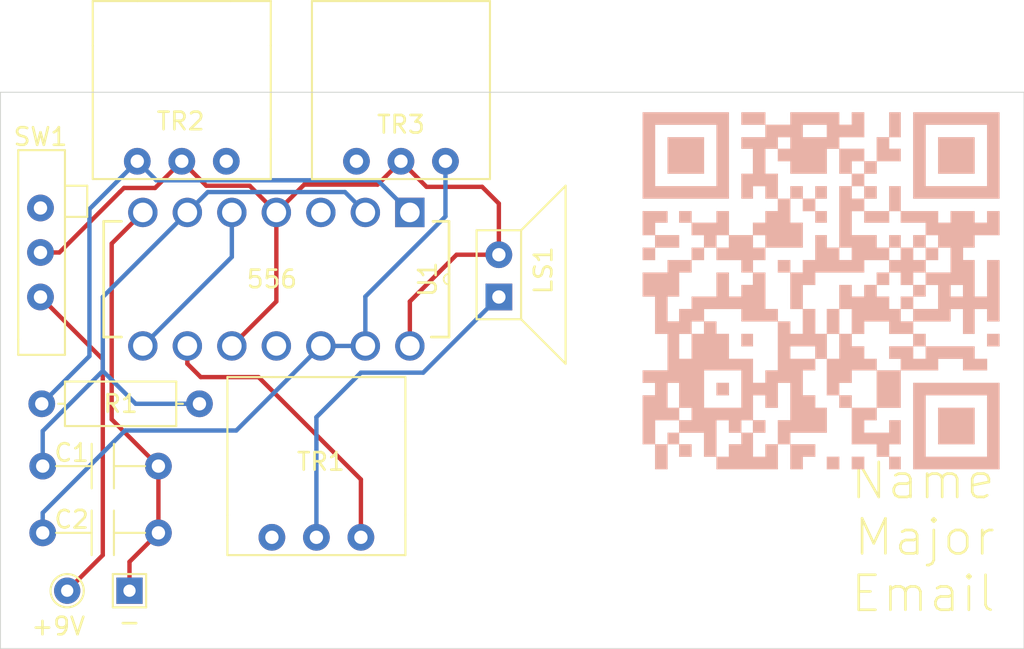
<source format=kicad_pcb>
(kicad_pcb (version 20171130) (host pcbnew "(5.1.10)-1")

  (general
    (thickness 1.6)
    (drawings 6)
    (tracks 64)
    (zones 0)
    (modules 12)
    (nets 14)
  )

  (page USLetter)
  (title_block
    (title "Busness Card - Alt Version")
    (date 2021-07-13)
    (rev 1.0)
    (comment 1 "Alternate version that uses trim pots instead of photoresistors")
  )

  (layers
    (0 F.Cu signal)
    (31 B.Cu signal)
    (32 B.Adhes user)
    (33 F.Adhes user)
    (34 B.Paste user)
    (35 F.Paste user)
    (36 B.SilkS user)
    (37 F.SilkS user)
    (38 B.Mask user)
    (39 F.Mask user)
    (40 Dwgs.User user)
    (41 Cmts.User user)
    (42 Eco1.User user)
    (43 Eco2.User user)
    (44 Edge.Cuts user)
    (45 Margin user)
    (46 B.CrtYd user)
    (47 F.CrtYd user)
    (48 B.Fab user hide)
    (49 F.Fab user hide)
  )

  (setup
    (last_trace_width 0.25)
    (trace_clearance 0.2)
    (zone_clearance 0.508)
    (zone_45_only no)
    (trace_min 0.2)
    (via_size 0.8)
    (via_drill 0.4)
    (via_min_size 0.4)
    (via_min_drill 0.3)
    (uvia_size 0.3)
    (uvia_drill 0.1)
    (uvias_allowed no)
    (uvia_min_size 0.2)
    (uvia_min_drill 0.1)
    (edge_width 0.05)
    (segment_width 0.2)
    (pcb_text_width 0.3)
    (pcb_text_size 1.5 1.5)
    (mod_edge_width 0.12)
    (mod_text_size 1 1)
    (mod_text_width 0.15)
    (pad_size 1.524 1.524)
    (pad_drill 0.762)
    (pad_to_mask_clearance 0)
    (aux_axis_origin 0 0)
    (visible_elements 7FFFFFFF)
    (pcbplotparams
      (layerselection 0x010fc_ffffffff)
      (usegerberextensions false)
      (usegerberattributes true)
      (usegerberadvancedattributes true)
      (creategerberjobfile true)
      (excludeedgelayer true)
      (linewidth 0.100000)
      (plotframeref false)
      (viasonmask false)
      (mode 1)
      (useauxorigin false)
      (hpglpennumber 1)
      (hpglpenspeed 20)
      (hpglpendiameter 15.000000)
      (psnegative false)
      (psa4output false)
      (plotreference true)
      (plotvalue true)
      (plotinvisibletext false)
      (padsonsilk false)
      (subtractmaskfromsilk false)
      (outputformat 1)
      (mirror false)
      (drillshape 1)
      (scaleselection 1)
      (outputdirectory ""))
  )

  (net 0 "")
  (net 1 "Net-(C1-Pad1)")
  (net 2 GND)
  (net 3 "Net-(C2-Pad1)")
  (net 4 +BATT)
  (net 5 "Net-(LS1-Pad2)")
  (net 6 "Net-(TR1-Pad1)")
  (net 7 "Net-(TR1-Pad3)")
  (net 8 "Net-(U1-Pad3)")
  (net 9 "Net-(U1-Pad5)")
  (net 10 "Net-(U1-Pad11)")
  (net 11 "Net-(R1-Pad1)")
  (net 12 "Net-(TR2-Pad3)")
  (net 13 "Net-(TR3-Pad1)")

  (net_class Default "This is the default net class."
    (clearance 0.2)
    (trace_width 0.25)
    (via_dia 0.8)
    (via_drill 0.4)
    (uvia_dia 0.3)
    (uvia_drill 0.1)
    (add_net +BATT)
    (add_net GND)
    (add_net "Net-(C1-Pad1)")
    (add_net "Net-(C2-Pad1)")
    (add_net "Net-(LS1-Pad2)")
    (add_net "Net-(R1-Pad1)")
    (add_net "Net-(TR1-Pad1)")
    (add_net "Net-(TR1-Pad3)")
    (add_net "Net-(TR2-Pad3)")
    (add_net "Net-(TR3-Pad1)")
    (add_net "Net-(U1-Pad11)")
    (add_net "Net-(U1-Pad3)")
    (add_net "Net-(U1-Pad5)")
  )

  (module resistor_general:trimpot_gen (layer F.Cu) (tedit 60CD1C5D) (tstamp 60EDAC57)
    (at 130.302 80.645)
    (path /60EDE52D)
    (fp_text reference TR3 (at 0 -3.1115) (layer F.SilkS)
      (effects (font (size 1 1) (thickness 0.15)))
    )
    (fp_text value trimpot_gen (at -4.445 1.016) (layer F.Fab)
      (effects (font (size 1 1) (thickness 0.15)))
    )
    (fp_line (start 5.08 -7.62) (end 5.08 -10.16) (layer F.SilkS) (width 0.12))
    (fp_line (start 5.08 -7.62) (end 5.08 -2.286) (layer F.SilkS) (width 0.12))
    (fp_line (start 5.08 -2.286) (end 5.08 0) (layer F.SilkS) (width 0.12))
    (fp_line (start -2.54 -10.16) (end -5.08 -10.16) (layer F.SilkS) (width 0.12))
    (fp_line (start -2.54 -10.16) (end 2.794 -10.16) (layer F.SilkS) (width 0.12))
    (fp_line (start 2.794 -10.16) (end 5.08 -10.16) (layer F.SilkS) (width 0.12))
    (fp_line (start -5.08 -7.62) (end -5.08 -10.16) (layer F.SilkS) (width 0.12))
    (fp_line (start -5.08 -7.62) (end -5.08 -2.286) (layer F.SilkS) (width 0.12))
    (fp_line (start -5.08 -2.286) (end -5.08 0) (layer F.SilkS) (width 0.12))
    (fp_line (start -2.54 0) (end -5.08 0) (layer F.SilkS) (width 0.12))
    (fp_line (start 2.794 0) (end 5.08 0) (layer F.SilkS) (width 0.12))
    (fp_line (start -2.54 0) (end 2.794 0) (layer F.SilkS) (width 0.12))
    (pad 2 thru_hole circle (at 0 -1.016) (size 1.524 1.524) (drill 0.762) (layers *.Cu *.Mask)
      (net 4 +BATT))
    (pad 1 thru_hole circle (at -2.54 -1.016) (size 1.524 1.524) (drill 0.762) (layers *.Cu *.Mask)
      (net 13 "Net-(TR3-Pad1)"))
    (pad 3 thru_hole circle (at 2.54 -1.016) (size 1.524 1.524) (drill 0.762) (layers *.Cu *.Mask)
      (net 3 "Net-(C2-Pad1)"))
  )

  (module QR_CODE:qrcode_github (layer F.Cu) (tedit 60D21128) (tstamp 60D27204)
    (at 154.178 86.614)
    (fp_text reference G*** (at 0.127 9.271 180) (layer B.SilkS) hide
      (effects (font (size 1.524 1.524) (thickness 0.3)) (justify mirror))
    )
    (fp_text value LOGO (at -0.623 9.271 180) (layer B.SilkS) hide
      (effects (font (size 1.524 1.524) (thickness 0.3)) (justify mirror))
    )
    (fp_poly (pts (xy 5.3594 10.5918) (xy 10.287 10.5918) (xy 10.287 6.3754) (xy 9.5758 6.3754)
      (xy 9.5758 9.8806) (xy 6.0706 9.8806) (xy 6.0706 6.3754) (xy 9.5758 6.3754)
      (xy 10.287 6.3754) (xy 10.287 5.6642) (xy 5.3594 5.6642) (xy 5.3594 10.5918)) (layer B.SilkS) (width 0.01))
    (fp_poly (pts (xy 3.9878 10.5918) (xy 4.6482 10.5918) (xy 4.6482 9.8806) (xy 3.9878 9.8806)
      (xy 3.9878 10.5918)) (layer B.SilkS) (width 0.01))
    (fp_poly (pts (xy -8.001 -3.4798) (xy -7.2898 -3.4798) (xy -7.2898 -4.1402) (xy -8.001 -4.1402)
      (xy -8.001 -3.4798)) (layer B.SilkS) (width 0.01))
    (fp_poly (pts (xy 3.2766 -6.985) (xy 4.6482 -6.985) (xy 4.6482 -7.6962) (xy 3.9878 -7.6962)
      (xy 3.9878 -8.3566) (xy 3.2766 -8.3566) (xy 3.2766 -6.985)) (layer B.SilkS) (width 0.01))
    (fp_poly (pts (xy 3.9878 -8.3566) (xy 4.6482 -8.3566) (xy 4.6482 -9.779) (xy 3.9878 -9.779)
      (xy 3.9878 -8.3566)) (layer B.SilkS) (width 0.01))
    (fp_poly (pts (xy -4.445 -9.0678) (xy -3.0734 -9.0678) (xy -3.0734 -9.779) (xy -4.445 -9.779)
      (xy -4.445 -9.0678)) (layer B.SilkS) (width 0.01))
    (fp_poly (pts (xy -1.651 10.5918) (xy -0.9398 10.5918) (xy -0.9398 9.8806) (xy -0.2286 9.8806)
      (xy -0.2286 9.1694) (xy -1.651 9.1694) (xy -1.651 10.5918)) (layer B.SilkS) (width 0.01))
    (fp_poly (pts (xy -8.001 9.8806) (xy -7.2898 9.8806) (xy -7.2898 9.1694) (xy -8.001 9.1694)
      (xy -8.001 9.8806)) (layer B.SilkS) (width 0.01))
    (fp_poly (pts (xy -8.001 8.509) (xy -6.5786 8.509) (xy -6.5786 9.8806) (xy -5.8674 9.8806)
      (xy -5.8674 10.5918) (xy -2.3622 10.5918) (xy -2.3622 9.1694) (xy -1.651 9.1694)
      (xy -1.651 8.509) (xy 0.4318 8.509) (xy 0.4318 7.0866) (xy -0.2286 7.0866)
      (xy -0.2286 6.3754) (xy -0.9398 6.3754) (xy -0.9398 5.6642) (xy -1.651 5.6642)
      (xy -1.651 7.7978) (xy -2.3622 7.7978) (xy -2.3622 9.1694) (xy -3.0734 9.1694)
      (xy -3.0734 9.8806) (xy -3.7846 9.8806) (xy -3.7846 8.509) (xy -4.445 8.509)
      (xy -4.445 9.1694) (xy -5.1562 9.1694) (xy -5.1562 9.8806) (xy -5.8674 9.8806)
      (xy -5.8674 7.7978) (xy -5.1562 7.7978) (xy -5.1562 8.509) (xy -4.445 8.509)
      (xy -4.445 7.7978) (xy -3.7846 7.7978) (xy -3.7846 6.3754) (xy -3.0734 6.3754)
      (xy -3.0734 7.0866) (xy -2.3622 7.0866) (xy -2.3622 5.6642) (xy -1.651 5.6642)
      (xy -0.9398 5.6642) (xy -0.9398 4.953) (xy -0.2286 4.953) (xy -0.2286 4.2926)
      (xy 0.4318 4.2926) (xy 0.4318 6.3754) (xy 1.143 6.3754) (xy 1.143 7.0866)
      (xy 1.8542 7.0866) (xy 1.8542 9.1694) (xy 3.2766 9.1694) (xy 3.2766 9.8806)
      (xy 3.9878 9.8806) (xy 3.9878 9.1694) (xy 4.6482 9.1694) (xy 4.6482 7.7978)
      (xy 3.9878 7.7978) (xy 3.9878 8.509) (xy 2.5654 8.509) (xy 2.5654 7.7978)
      (xy 3.2766 7.7978) (xy 3.2766 7.0866) (xy 4.6482 7.0866) (xy 4.6482 4.953)
      (xy 6.7818 4.953) (xy 6.7818 4.2926) (xy 8.2042 4.2926) (xy 8.2042 4.953)
      (xy 9.5758 4.953) (xy 9.5758 4.2926) (xy 8.8646 4.2926) (xy 8.8646 3.5814)
      (xy 6.0706 3.5814) (xy 6.0706 4.2926) (xy 5.3594 4.2926) (xy 5.3594 3.5814)
      (xy 6.0706 3.5814) (xy 6.0706 2.8702) (xy 5.3594 2.8702) (xy 5.3594 3.5814)
      (xy 3.9878 3.5814) (xy 3.9878 4.2926) (xy 4.6482 4.2926) (xy 4.6482 4.953)
      (xy 3.2766 4.953) (xy 3.2766 7.0866) (xy 1.8542 7.0866) (xy 1.8542 6.3754)
      (xy 1.143 6.3754) (xy 1.143 5.6642) (xy 1.8542 5.6642) (xy 1.8542 4.953)
      (xy 3.2766 4.953) (xy 3.2766 4.2926) (xy 2.5654 4.2926) (xy 2.5654 3.5814)
      (xy 1.8542 3.5814) (xy 1.8542 2.8702) (xy 2.5654 2.8702) (xy 2.5654 2.159)
      (xy 3.9878 2.159) (xy 3.9878 2.8702) (xy 5.3594 2.8702) (xy 5.3594 2.159)
      (xy 7.493 2.159) (xy 7.493 1.4478) (xy 8.2042 1.4478) (xy 8.2042 2.8702)
      (xy 8.8646 2.8702) (xy 8.8646 1.4478) (xy 9.5758 1.4478) (xy 9.5758 2.159)
      (xy 10.287 2.159) (xy 10.287 -1.3462) (xy 9.5758 -1.3462) (xy 9.5758 0.7366)
      (xy 8.8646 0.7366) (xy 8.8646 0.0762) (xy 8.2042 0.0762) (xy 8.2042 0.7366)
      (xy 7.493 0.7366) (xy 7.493 0.0762) (xy 8.2042 0.0762) (xy 8.8646 0.0762)
      (xy 8.8646 -1.3462) (xy 8.2042 -1.3462) (xy 8.2042 -2.0574) (xy 7.493 -2.0574)
      (xy 7.493 -0.635) (xy 6.0706 -0.635) (xy 6.0706 0.0762) (xy 6.7818 0.0762)
      (xy 6.7818 1.4478) (xy 5.3594 1.4478) (xy 5.3594 2.159) (xy 4.6482 2.159)
      (xy 4.6482 1.4478) (xy 3.9878 1.4478) (xy 3.9878 0.7366) (xy 3.2766 0.7366)
      (xy 3.2766 0.0762) (xy 2.5654 0.0762) (xy 2.5654 0.7366) (xy 1.8542 0.7366)
      (xy 1.8542 0.0762) (xy 1.143 0.0762) (xy 1.143 1.4478) (xy 1.8542 1.4478)
      (xy 1.8542 2.8702) (xy 1.143 2.8702) (xy 1.143 4.2926) (xy 0.4318 4.2926)
      (xy 0.4318 3.5814) (xy -0.2286 3.5814) (xy -0.2286 4.2926) (xy -1.651 4.2926)
      (xy -1.651 3.5814) (xy -0.2286 3.5814) (xy 0.4318 3.5814) (xy 0.4318 2.8702)
      (xy -0.2286 2.8702) (xy -0.2286 1.4478) (xy -0.9398 1.4478) (xy -0.9398 0.0762)
      (xy -0.2286 0.0762) (xy -0.2286 -0.635) (xy 2.5654 -0.635) (xy 2.5654 -1.3462)
      (xy 3.9878 -1.3462) (xy 3.9878 -2.0574) (xy 3.2766 -2.0574) (xy 1.8542 -2.0574)
      (xy 1.8542 -1.3462) (xy 1.143 -1.3462) (xy 1.143 -2.0574) (xy 1.8542 -2.0574)
      (xy 3.2766 -2.0574) (xy 3.2766 -2.7686) (xy 1.8542 -2.7686) (xy 1.8542 -4.1402)
      (xy 2.5654 -4.1402) (xy 2.5654 -3.4798) (xy 3.9878 -3.4798) (xy 3.9878 -4.1402)
      (xy 4.6482 -4.1402) (xy 4.6482 -3.4798) (xy 6.0706 -3.4798) (xy 6.0706 -2.7686)
      (xy 6.7818 -2.7686) (xy 6.7818 -2.0574) (xy 7.493 -2.0574) (xy 8.2042 -2.0574)
      (xy 8.8646 -2.0574) (xy 8.8646 -2.7686) (xy 10.287 -2.7686) (xy 10.287 -4.1402)
      (xy 9.5758 -4.1402) (xy 9.5758 -3.4798) (xy 8.8646 -3.4798) (xy 8.8646 -4.1402)
      (xy 7.493 -4.1402) (xy 7.493 -3.4798) (xy 6.7818 -3.4798) (xy 6.7818 -4.1402)
      (xy 4.6482 -4.1402) (xy 4.6482 -5.5626) (xy 3.9878 -5.5626) (xy 3.9878 -4.1402)
      (xy 2.5654 -4.1402) (xy 2.5654 -4.8514) (xy 3.2766 -4.8514) (xy 3.2766 -5.5626)
      (xy 2.5654 -5.5626) (xy 2.5654 -4.8514) (xy 1.8542 -4.8514) (xy 1.8542 -5.5626)
      (xy 2.5654 -5.5626) (xy 2.5654 -6.2738) (xy 3.2766 -6.2738) (xy 3.2766 -6.985)
      (xy 2.5654 -6.985) (xy 2.5654 -6.2738) (xy 1.8542 -6.2738) (xy 1.8542 -5.5626)
      (xy 1.143 -5.5626) (xy 1.143 -2.0574) (xy 0.4318 -2.0574) (xy 0.4318 -2.7686)
      (xy -0.2286 -2.7686) (xy -0.2286 -1.3462) (xy -0.9398 -1.3462) (xy -0.9398 -0.635)
      (xy -1.651 -0.635) (xy -1.651 1.4478) (xy -0.9398 1.4478) (xy -0.9398 2.8702)
      (xy -1.651 2.8702) (xy -1.651 2.159) (xy -2.3622 2.159) (xy -2.3622 4.953)
      (xy -3.0734 4.953) (xy -3.0734 5.6642) (xy -3.7846 5.6642) (xy -3.7846 4.953)
      (xy -4.445 4.953) (xy -4.445 7.0866) (xy -6.5786 7.0866) (xy -7.2898 7.0866)
      (xy -7.2898 7.7978) (xy -8.001 7.7978) (xy -8.001 8.509) (xy -8.6614 8.509)
      (xy -8.6614 9.1694) (xy -9.3726 9.1694) (xy -9.3726 7.7978) (xy -8.001 7.7978)
      (xy -8.001 7.0866) (xy -7.2898 7.0866) (xy -6.5786 7.0866) (xy -6.5786 5.6642)
      (xy -8.001 5.6642) (xy -8.001 7.0866) (xy -8.6614 7.0866) (xy -8.6614 5.6642)
      (xy -8.001 5.6642) (xy -6.5786 5.6642) (xy -6.5786 4.953) (xy -4.445 4.953)
      (xy -3.7846 4.953) (xy -3.7846 4.2926) (xy -5.1562 4.2926) (xy -5.1562 2.8702)
      (xy -5.8674 2.8702) (xy -5.8674 2.159) (xy -6.5786 2.159) (xy -6.5786 2.8702)
      (xy -7.2898 2.8702) (xy -7.2898 4.2926) (xy -8.001 4.2926) (xy -8.001 2.8702)
      (xy -7.2898 2.8702) (xy -7.2898 2.159) (xy -6.5786 2.159) (xy -6.5786 1.4478)
      (xy -4.445 1.4478) (xy -4.445 2.159) (xy -2.3622 2.159) (xy -2.3622 1.4478)
      (xy -3.0734 1.4478) (xy -3.0734 -0.635) (xy -3.7846 -0.635) (xy -3.7846 0.0762)
      (xy -4.445 0.0762) (xy -4.445 0.7366) (xy -5.1562 0.7366) (xy -5.1562 -0.635)
      (xy -5.8674 -0.635) (xy -5.8674 0.7366) (xy -7.2898 0.7366) (xy -7.2898 1.4478)
      (xy -8.001 1.4478) (xy -8.001 2.159) (xy -8.6614 2.159) (xy -8.6614 0.7366)
      (xy -8.001 0.7366) (xy -8.001 -0.635) (xy -7.2898 -0.635) (xy -7.2898 -1.3462)
      (xy -6.5786 -1.3462) (xy -6.5786 -2.0574) (xy -5.8674 -2.0574) (xy -5.8674 -1.3462)
      (xy -4.445 -1.3462) (xy -4.445 -0.635) (xy -3.7846 -0.635) (xy -3.7846 -1.3462)
      (xy -3.0734 -1.3462) (xy -3.0734 -2.0574) (xy -0.9398 -2.0574) (xy -0.9398 -2.7686)
      (xy -3.0734 -2.7686) (xy -3.0734 -2.0574) (xy -3.7846 -2.0574) (xy -3.7846 -2.7686)
      (xy -3.0734 -2.7686) (xy -0.9398 -2.7686) (xy -0.9398 -3.4798) (xy -1.651 -3.4798)
      (xy -1.651 -4.8514) (xy -2.3622 -4.8514) (xy -2.3622 -6.2738) (xy -3.0734 -6.2738)
      (xy -3.0734 -7.6962) (xy -2.3622 -7.6962) (xy -2.3622 -6.985) (xy -1.651 -6.985)
      (xy -1.651 -6.2738) (xy 0.4318 -6.2738) (xy 0.4318 -7.6962) (xy 1.143 -7.6962)
      (xy 1.143 -6.2738) (xy 1.8542 -6.2738) (xy 1.8542 -6.985) (xy 2.5654 -6.985)
      (xy 2.5654 -7.6962) (xy 1.143 -7.6962) (xy 1.143 -8.3566) (xy 2.5654 -8.3566)
      (xy 2.5654 -9.779) (xy 1.8542 -9.779) (xy 1.8542 -9.0678) (xy 1.143 -9.0678)
      (xy 0.4318 -9.0678) (xy 0.4318 -8.3566) (xy -0.9398 -8.3566) (xy -1.651 -8.3566)
      (xy -1.651 -7.6962) (xy -2.3622 -7.6962) (xy -2.3622 -8.3566) (xy -1.651 -8.3566)
      (xy -0.9398 -8.3566) (xy -0.9398 -9.0678) (xy 0.4318 -9.0678) (xy 1.143 -9.0678)
      (xy 1.143 -9.779) (xy -1.651 -9.779) (xy -1.651 -9.0678) (xy -3.0734 -9.0678)
      (xy -3.0734 -8.3566) (xy -4.445 -8.3566) (xy -4.445 -7.6962) (xy -3.7846 -7.6962)
      (xy -3.7846 -6.2738) (xy -4.445 -6.2738) (xy -4.445 -4.8514) (xy -3.7846 -4.8514)
      (xy -3.7846 -5.5626) (xy -3.0734 -5.5626) (xy -3.0734 -4.8514) (xy -2.3622 -4.8514)
      (xy -2.3622 -4.1402) (xy -3.0734 -4.1402) (xy -3.0734 -3.4798) (xy -3.7846 -3.4798)
      (xy -3.7846 -2.7686) (xy -5.1562 -2.7686) (xy -5.1562 -2.0574) (xy -5.8674 -2.0574)
      (xy -5.8674 -2.7686) (xy -5.1562 -2.7686) (xy -5.1562 -4.1402) (xy -5.8674 -4.1402)
      (xy -5.8674 -3.4798) (xy -7.2898 -3.4798) (xy -7.2898 -2.7686) (xy -6.5786 -2.7686)
      (xy -6.5786 -2.0574) (xy -7.2898 -2.0574) (xy -7.2898 -1.3462) (xy -8.6614 -1.3462)
      (xy -8.6614 -0.635) (xy -10.0838 -0.635) (xy -10.0838 0.7366) (xy -9.3726 0.7366)
      (xy -9.3726 2.8702) (xy -8.6614 2.8702) (xy -8.6614 4.953) (xy -10.0838 4.953)
      (xy -10.0838 5.6642) (xy -9.3726 5.6642) (xy -9.3726 6.3754) (xy -10.0838 6.3754)
      (xy -10.0838 9.1694) (xy -9.3726 9.1694) (xy -9.3726 10.5918) (xy -8.6614 10.5918)
      (xy -8.6614 9.1694) (xy -8.001 9.1694) (xy -8.001 8.509)) (layer B.SilkS) (width 0.01))
    (fp_poly (pts (xy 1.8542 10.5918) (xy 2.5654 10.5918) (xy 2.5654 9.8806) (xy 1.8542 9.8806)
      (xy 1.8542 10.5918)) (layer B.SilkS) (width 0.01))
    (fp_poly (pts (xy 0.4318 10.5918) (xy 1.143 10.5918) (xy 1.143 9.8806) (xy 0.4318 9.8806)
      (xy 0.4318 10.5918)) (layer B.SilkS) (width 0.01))
    (fp_poly (pts (xy 9.5758 3.5814) (xy 10.287 3.5814) (xy 10.287 2.8702) (xy 9.5758 2.8702)
      (xy 9.5758 3.5814)) (layer B.SilkS) (width 0.01))
    (fp_poly (pts (xy -10.0838 -1.3462) (xy -9.3726 -1.3462) (xy -9.3726 -2.0574) (xy -10.0838 -2.0574)
      (xy -10.0838 -1.3462)) (layer B.SilkS) (width 0.01))
    (fp_poly (pts (xy -9.3726 -2.0574) (xy -8.001 -2.0574) (xy -8.001 -2.7686) (xy -9.3726 -2.7686)
      (xy -9.3726 -2.0574)) (layer B.SilkS) (width 0.01))
    (fp_poly (pts (xy -10.0838 -2.7686) (xy -9.3726 -2.7686) (xy -9.3726 -3.4798) (xy -8.6614 -3.4798)
      (xy -8.6614 -4.1402) (xy -10.0838 -4.1402) (xy -10.0838 -2.7686)) (layer B.SilkS) (width 0.01))
    (fp_poly (pts (xy 5.3594 -4.8514) (xy 10.287 -4.8514) (xy 10.287 -9.0678) (xy 9.5758 -9.0678)
      (xy 9.5758 -5.5626) (xy 6.0706 -5.5626) (xy 6.0706 -9.0678) (xy 9.5758 -9.0678)
      (xy 10.287 -9.0678) (xy 10.287 -9.779) (xy 5.3594 -9.779) (xy 5.3594 -4.8514)) (layer B.SilkS) (width 0.01))
    (fp_poly (pts (xy -10.0838 -4.8514) (xy -5.1562 -4.8514) (xy -5.1562 -9.0678) (xy -5.8674 -9.0678)
      (xy -5.8674 -5.5626) (xy -9.3726 -5.5626) (xy -9.3726 -9.0678) (xy -5.8674 -9.0678)
      (xy -5.1562 -9.0678) (xy -5.1562 -9.779) (xy -10.0838 -9.779) (xy -10.0838 -4.8514)) (layer B.SilkS) (width 0.01))
    (fp_poly (pts (xy 6.7818 9.1694) (xy 8.8646 9.1694) (xy 8.8646 7.0866) (xy 6.7818 7.0866)
      (xy 6.7818 9.1694)) (layer B.SilkS) (width 0.01))
    (fp_poly (pts (xy -3.7846 8.509) (xy -3.0734 8.509) (xy -3.0734 7.7978) (xy -3.7846 7.7978)
      (xy -3.7846 8.509)) (layer B.SilkS) (width 0.01))
    (fp_poly (pts (xy -4.445 3.5814) (xy -3.7846 3.5814) (xy -3.7846 2.8702) (xy -4.445 2.8702)
      (xy -4.445 3.5814)) (layer B.SilkS) (width 0.01))
    (fp_poly (pts (xy 0.4318 2.8702) (xy 1.143 2.8702) (xy 1.143 1.4478) (xy 0.4318 1.4478)
      (xy 0.4318 2.8702)) (layer B.SilkS) (width 0.01))
    (fp_poly (pts (xy 4.6482 1.4478) (xy 5.3594 1.4478) (xy 5.3594 0.7366) (xy 4.6482 0.7366)
      (xy 4.6482 1.4478)) (layer B.SilkS) (width 0.01))
    (fp_poly (pts (xy 5.3594 0.7366) (xy 6.0706 0.7366) (xy 6.0706 0.0762) (xy 5.3594 0.0762)
      (xy 5.3594 0.7366)) (layer B.SilkS) (width 0.01))
    (fp_poly (pts (xy 3.2766 0.0762) (xy 3.9878 0.0762) (xy 3.9878 -0.635) (xy 3.2766 -0.635)
      (xy 3.2766 0.0762)) (layer B.SilkS) (width 0.01))
    (fp_poly (pts (xy 3.9878 -2.0574) (xy 4.6482 -2.0574) (xy 4.6482 -2.7686) (xy 3.9878 -2.7686)
      (xy 3.9878 -2.0574)) (layer B.SilkS) (width 0.01))
    (fp_poly (pts (xy 4.6482 -2.0574) (xy 4.6482 -1.3462) (xy 3.9878 -1.3462) (xy 3.9878 -0.635)
      (xy 4.6482 -0.635) (xy 4.6482 0.0762) (xy 5.3594 0.0762) (xy 5.3594 -0.635)
      (xy 6.0706 -0.635) (xy 6.0706 -1.3462) (xy 6.7818 -1.3462) (xy 6.7818 -2.0574)
      (xy 6.0706 -2.0574) (xy 6.0706 -1.3462) (xy 5.3594 -1.3462) (xy 5.3594 -2.0574)
      (xy 6.0706 -2.0574) (xy 6.0706 -2.7686) (xy 5.3594 -2.7686) (xy 5.3594 -2.0574)
      (xy 4.6482 -2.0574)) (layer B.SilkS) (width 0.01))
    (fp_poly (pts (xy -2.3622 -0.635) (xy -1.651 -0.635) (xy -1.651 -1.3462) (xy -2.3622 -1.3462)
      (xy -2.3622 -0.635)) (layer B.SilkS) (width 0.01))
    (fp_poly (pts (xy -0.2286 -3.4798) (xy 0.4318 -3.4798) (xy 0.4318 -4.1402) (xy -0.2286 -4.1402)
      (xy -0.2286 -3.4798)) (layer B.SilkS) (width 0.01))
    (fp_poly (pts (xy -0.9398 -4.1402) (xy -0.2286 -4.1402) (xy -0.2286 -4.8514) (xy -0.9398 -4.8514)
      (xy -0.9398 -4.1402)) (layer B.SilkS) (width 0.01))
    (fp_poly (pts (xy -0.2286 -4.8514) (xy 0.4318 -4.8514) (xy 0.4318 -5.5626) (xy -0.2286 -5.5626)
      (xy -0.2286 -4.8514)) (layer B.SilkS) (width 0.01))
    (fp_poly (pts (xy -1.651 -4.8514) (xy -0.9398 -4.8514) (xy -0.9398 -5.5626) (xy -1.651 -5.5626)
      (xy -1.651 -4.8514)) (layer B.SilkS) (width 0.01))
    (fp_poly (pts (xy -5.8674 6.3754) (xy -5.1562 6.3754) (xy -5.1562 5.6642) (xy -5.8674 5.6642)
      (xy -5.8674 6.3754)) (layer B.SilkS) (width 0.01))
    (fp_poly (pts (xy 6.7818 -6.2738) (xy 8.8646 -6.2738) (xy 8.8646 -8.3566) (xy 6.7818 -8.3566)
      (xy 6.7818 -6.2738)) (layer B.SilkS) (width 0.01))
    (fp_poly (pts (xy -8.6614 -6.2738) (xy -6.5786 -6.2738) (xy -6.5786 -8.3566) (xy -8.6614 -8.3566)
      (xy -8.6614 -6.2738)) (layer B.SilkS) (width 0.01))
  )

  (module slide_switch_general:slide_switch_general (layer F.Cu) (tedit 60D1279E) (tstamp 60D27393)
    (at 109.728 84.836 270)
    (fp_text reference SW1 (at -6.604 0 unlocked) (layer F.SilkS)
      (effects (font (size 1 1) (thickness 0.15)))
    )
    (fp_text value slide_switch_general (at -7.112 2.413 90) (layer F.Fab)
      (effects (font (size 1 1) (thickness 0.15)))
    )
    (fp_line (start -2.032 -2.667) (end -2.032 -1.397) (layer F.SilkS) (width 0.12))
    (fp_line (start -3.81 -2.667) (end -2.032 -2.667) (layer F.SilkS) (width 0.12))
    (fp_line (start -3.81 -1.397) (end -3.81 -2.667) (layer F.SilkS) (width 0.12))
    (fp_line (start 4.953 1.27) (end 5.842 1.27) (layer F.SilkS) (width 0.12))
    (fp_line (start 4.953 -1.397) (end 5.842 -1.397) (layer F.SilkS) (width 0.12))
    (fp_line (start 5.842 -1.397) (end 5.842 1.27) (layer F.SilkS) (width 0.12))
    (fp_line (start 4.826 -1.397) (end -5.842 -1.397) (layer F.SilkS) (width 0.12))
    (fp_line (start 4.826 -1.397) (end 4.953 -1.397) (layer F.SilkS) (width 0.12))
    (fp_line (start -5.842 1.27) (end 4.953 1.27) (layer F.SilkS) (width 0.12))
    (fp_line (start -5.842 -1.397) (end -5.842 1.27) (layer F.SilkS) (width 0.12))
    (pad 3 thru_hole circle (at 2.54 0 270) (size 1.524 1.524) (drill 0.762) (layers *.Cu *.Mask)
      (net 4 +BATT))
    (pad 2 thru_hole circle (at 0 0 270) (size 1.524 1.524) (drill 0.762) (layers *.Cu *.Mask)
      (net 4 +BATT))
    (pad 1 thru_hole circle (at -2.54 0 270) (size 1.524 1.524) (drill 0.762) (layers *.Cu *.Mask))
  )

  (module TestPoint:TestPoint_THTPad_D1.5mm_Drill0.7mm (layer F.Cu) (tedit 60D0FC12) (tstamp 60D142DB)
    (at 111.252 104.14)
    (descr "THT pad as test Point, diameter 1.5mm, hole diameter 0.7mm")
    (tags "test point THT pad")
    (attr virtual)
    (fp_text reference +9V (at -0.508 2.032 unlocked) (layer F.SilkS)
      (effects (font (size 1 1) (thickness 0.15)))
    )
    (fp_text value TestPoint_THTPad_D1.5mm_Drill0.7mm (at 0 1.75) (layer F.Fab)
      (effects (font (size 1 1) (thickness 0.15)))
    )
    (fp_circle (center 0 0) (end 0 0.95) (layer F.SilkS) (width 0.12))
    (fp_circle (center 0 0) (end 1.25 0) (layer F.CrtYd) (width 0.05))
    (fp_text user %R (at 0 -1.65) (layer F.Fab)
      (effects (font (size 1 1) (thickness 0.15)))
    )
    (pad 1 thru_hole circle (at 0 0) (size 1.5 1.5) (drill 0.7) (layers *.Cu *.Mask)
      (net 4 +BATT))
  )

  (module TestPoint:TestPoint_THTPad_1.5x1.5mm_Drill0.7mm (layer F.Cu) (tedit 60D0FC1A) (tstamp 60D14201)
    (at 114.808 104.14)
    (descr "THT rectangular pad as test Point, square 1.5mm side length, hole diameter 0.7mm")
    (tags "test point THT pad rectangle square")
    (attr virtual)
    (fp_text reference - (at 0 1.778 unlocked) (layer F.SilkS)
      (effects (font (size 1 1) (thickness 0.15)))
    )
    (fp_text value TestPoint_THTPad_1.5x1.5mm_Drill0.7mm (at 0 1.75) (layer F.Fab)
      (effects (font (size 1 1) (thickness 0.15)))
    )
    (fp_line (start 1.25 1.25) (end -1.25 1.25) (layer F.CrtYd) (width 0.05))
    (fp_line (start 1.25 1.25) (end 1.25 -1.25) (layer F.CrtYd) (width 0.05))
    (fp_line (start -1.25 -1.25) (end -1.25 1.25) (layer F.CrtYd) (width 0.05))
    (fp_line (start -1.25 -1.25) (end 1.25 -1.25) (layer F.CrtYd) (width 0.05))
    (fp_line (start -0.95 0.95) (end -0.95 -0.95) (layer F.SilkS) (width 0.12))
    (fp_line (start 0.95 0.95) (end -0.95 0.95) (layer F.SilkS) (width 0.12))
    (fp_line (start 0.95 -0.95) (end 0.95 0.95) (layer F.SilkS) (width 0.12))
    (fp_line (start -0.95 -0.95) (end 0.95 -0.95) (layer F.SilkS) (width 0.12))
    (fp_text user %R (at 0 -1.65) (layer F.Fab)
      (effects (font (size 1 1) (thickness 0.15)))
    )
    (pad 1 thru_hole rect (at 0 0) (size 1.5 1.5) (drill 0.7) (layers *.Cu *.Mask)
      (net 2 GND))
  )

  (module capacitor_general:c_gen (layer F.Cu) (tedit 60CCF810) (tstamp 60CDBA2F)
    (at 113.284 97.028)
    (path /60CD03D0)
    (fp_text reference C1 (at -1.778 -0.762) (layer F.SilkS)
      (effects (font (size 1 1) (thickness 0.15)))
    )
    (fp_text value c_gen (at -2.286 3.048) (layer F.Fab)
      (effects (font (size 1 1) (thickness 0.15)))
    )
    (fp_line (start -2.667 0) (end -0.635 0) (layer F.SilkS) (width 0.12))
    (fp_line (start 0.635 -1.27) (end 0.635 1.27) (layer F.SilkS) (width 0.12))
    (fp_line (start -0.635 -1.27) (end -0.635 1.27) (layer F.SilkS) (width 0.12))
    (fp_line (start 2.413 0) (end 0.635 0) (layer F.SilkS) (width 0.12))
    (pad 1 thru_hole circle (at -3.429 0) (size 1.524 1.524) (drill 0.762) (layers *.Cu *.Mask)
      (net 1 "Net-(C1-Pad1)"))
    (pad 2 thru_hole circle (at 3.175 0) (size 1.524 1.524) (drill 0.762) (layers *.Cu *.Mask)
      (net 2 GND))
  )

  (module capacitor_general:c_gen (layer F.Cu) (tedit 60CCF810) (tstamp 60CDBA39)
    (at 113.284 100.838)
    (path /60CD0E4A)
    (fp_text reference C2 (at -1.778 -0.762) (layer F.SilkS)
      (effects (font (size 1 1) (thickness 0.15)))
    )
    (fp_text value c_gen (at -2.286 3.048) (layer F.Fab)
      (effects (font (size 1 1) (thickness 0.15)))
    )
    (fp_line (start 2.413 0) (end 0.635 0) (layer F.SilkS) (width 0.12))
    (fp_line (start -0.635 -1.27) (end -0.635 1.27) (layer F.SilkS) (width 0.12))
    (fp_line (start 0.635 -1.27) (end 0.635 1.27) (layer F.SilkS) (width 0.12))
    (fp_line (start -2.667 0) (end -0.635 0) (layer F.SilkS) (width 0.12))
    (pad 2 thru_hole circle (at 3.175 0) (size 1.524 1.524) (drill 0.762) (layers *.Cu *.Mask)
      (net 2 GND))
    (pad 1 thru_hole circle (at -3.429 0) (size 1.524 1.524) (drill 0.762) (layers *.Cu *.Mask)
      (net 3 "Net-(C2-Pad1)"))
  )

  (module speaker_general:speaker_gen (layer F.Cu) (tedit 60CD0AB2) (tstamp 60CDBA46)
    (at 135.89 86.106 270)
    (path /60CE26E1)
    (fp_text reference LS1 (at -0.254 -2.54 90) (layer F.SilkS)
      (effects (font (size 1 1) (thickness 0.15)))
    )
    (fp_text value Speaker (at -4.572 1.659 90) (layer F.Fab)
      (effects (font (size 1 1) (thickness 0.15)))
    )
    (fp_line (start 5.08 -3.81) (end 2.54 -1.27) (layer F.SilkS) (width 0.12))
    (fp_line (start -5.08 -3.81) (end 5.08 -3.81) (layer F.SilkS) (width 0.12))
    (fp_line (start -2.54 -1.27) (end -5.08 -3.81) (layer F.SilkS) (width 0.12))
    (fp_line (start -2.54 -1.27) (end -2.54 1.27) (layer F.SilkS) (width 0.12))
    (fp_line (start 2.54 -1.27) (end -2.54 -1.27) (layer F.SilkS) (width 0.12))
    (fp_line (start 2.54 1.27) (end 2.54 -1.27) (layer F.SilkS) (width 0.12))
    (fp_line (start -2.54 1.27) (end 2.54 1.27) (layer F.SilkS) (width 0.12))
    (pad 1 thru_hole circle (at -1.143 0 270) (size 1.524 1.524) (drill 0.762) (layers *.Cu *.Mask)
      (net 4 +BATT))
    (pad 2 thru_hole rect (at 1.27 0 270) (size 1.524 1.524) (drill 0.762) (layers *.Cu *.Mask)
      (net 5 "Net-(LS1-Pad2)"))
  )

  (module resistor_general:r_gen (layer F.Cu) (tedit 60CA1B08) (tstamp 60CDBA80)
    (at 114.3 93.472)
    (path /60CCF700)
    (fp_text reference R1 (at 0 0) (layer F.SilkS)
      (effects (font (size 1 1) (thickness 0.15)))
    )
    (fp_text value r_gen (at 2.54 1.905) (layer F.Fab)
      (effects (font (size 1 1) (thickness 0.15)))
    )
    (fp_line (start -3.175 1.27) (end -3.175 -1.27) (layer F.SilkS) (width 0.12))
    (fp_line (start 3.175 1.27) (end -3.175 1.27) (layer F.SilkS) (width 0.12))
    (fp_line (start 3.175 -1.27) (end 3.175 1.27) (layer F.SilkS) (width 0.12))
    (fp_line (start -3.175 -1.27) (end 3.175 -1.27) (layer F.SilkS) (width 0.12))
    (fp_line (start 3.556 0) (end 3.175 0) (layer F.SilkS) (width 0.12))
    (fp_line (start -3.175 0) (end -3.556 0) (layer F.SilkS) (width 0.12))
    (pad 1 thru_hole circle (at -4.5 0) (size 1.524 1.524) (drill 0.762) (layers *.Cu *.Mask)
      (net 11 "Net-(R1-Pad1)"))
    (pad 2 thru_hole circle (at 4.5 0) (size 1.524 1.524) (drill 0.762) (layers *.Cu *.Mask)
      (net 1 "Net-(C1-Pad1)"))
  )

  (module resistor_general:trimpot_gen (layer F.Cu) (tedit 60CD1C5D) (tstamp 60CDBA93)
    (at 125.476 102.108)
    (path /60CEFBB6)
    (fp_text reference TR1 (at 0.254 -5.334) (layer F.SilkS)
      (effects (font (size 1 1) (thickness 0.15)))
    )
    (fp_text value trimpot_gen (at -4.445 1.016) (layer F.Fab)
      (effects (font (size 1 1) (thickness 0.15)))
    )
    (fp_line (start 5.08 -7.62) (end 5.08 -10.16) (layer F.SilkS) (width 0.12))
    (fp_line (start 5.08 -7.62) (end 5.08 -2.286) (layer F.SilkS) (width 0.12))
    (fp_line (start 5.08 -2.286) (end 5.08 0) (layer F.SilkS) (width 0.12))
    (fp_line (start -2.54 -10.16) (end -5.08 -10.16) (layer F.SilkS) (width 0.12))
    (fp_line (start -2.54 -10.16) (end 2.794 -10.16) (layer F.SilkS) (width 0.12))
    (fp_line (start 2.794 -10.16) (end 5.08 -10.16) (layer F.SilkS) (width 0.12))
    (fp_line (start -5.08 -7.62) (end -5.08 -10.16) (layer F.SilkS) (width 0.12))
    (fp_line (start -5.08 -7.62) (end -5.08 -2.286) (layer F.SilkS) (width 0.12))
    (fp_line (start -5.08 -2.286) (end -5.08 0) (layer F.SilkS) (width 0.12))
    (fp_line (start -2.54 0) (end -5.08 0) (layer F.SilkS) (width 0.12))
    (fp_line (start 2.794 0) (end 5.08 0) (layer F.SilkS) (width 0.12))
    (fp_line (start -2.54 0) (end 2.794 0) (layer F.SilkS) (width 0.12))
    (pad 2 thru_hole circle (at 0 -1.016) (size 1.524 1.524) (drill 0.762) (layers *.Cu *.Mask)
      (net 5 "Net-(LS1-Pad2)"))
    (pad 1 thru_hole circle (at -2.54 -1.016) (size 1.524 1.524) (drill 0.762) (layers *.Cu *.Mask)
      (net 6 "Net-(TR1-Pad1)"))
    (pad 3 thru_hole circle (at 2.54 -1.016) (size 1.524 1.524) (drill 0.762) (layers *.Cu *.Mask)
      (net 7 "Net-(TR1-Pad3)"))
  )

  (module NE556N:DIP254P762X508-14 (layer F.Cu) (tedit 60CCF91E) (tstamp 60CDBAED)
    (at 115.57 90.17 270)
    (path /60CD94BF)
    (fp_text reference U1 (at -3.81 -16.256 90) (layer F.SilkS)
      (effects (font (size 1 1) (thickness 0.15)))
    )
    (fp_text value NE556N_gen (at -5.08 -18.796 90) (layer F.Fab)
      (effects (font (size 1.640236 1.640236) (thickness 0.015)))
    )
    (fp_line (start -7.112 -17.4752) (end -7.112 2.2352) (layer F.Fab) (width 0.1524))
    (fp_line (start -4.1148 -17.4752) (end -7.112 -17.4752) (layer F.Fab) (width 0.1524))
    (fp_line (start -3.5052 -17.4752) (end -4.1148 -17.4752) (layer F.Fab) (width 0.1524))
    (fp_line (start -0.508 -17.4752) (end -3.5052 -17.4752) (layer F.Fab) (width 0.1524))
    (fp_line (start -0.508 2.2352) (end -0.508 -17.4752) (layer F.Fab) (width 0.1524))
    (fp_line (start -7.112 2.2352) (end -0.508 2.2352) (layer F.Fab) (width 0.1524))
    (fp_line (start 0.5588 -15.7988) (end -0.508 -15.7988) (layer F.Fab) (width 0.1524))
    (fp_line (start 0.5588 -14.6812) (end 0.5588 -15.7988) (layer F.Fab) (width 0.1524))
    (fp_line (start -0.508 -14.6812) (end 0.5588 -14.6812) (layer F.Fab) (width 0.1524))
    (fp_line (start -0.508 -15.7988) (end -0.508 -14.6812) (layer F.Fab) (width 0.1524))
    (fp_line (start 0.5588 -13.2588) (end -0.508 -13.2588) (layer F.Fab) (width 0.1524))
    (fp_line (start 0.5588 -12.1412) (end 0.5588 -13.2588) (layer F.Fab) (width 0.1524))
    (fp_line (start -0.508 -12.1412) (end 0.5588 -12.1412) (layer F.Fab) (width 0.1524))
    (fp_line (start -0.508 -13.2588) (end -0.508 -12.1412) (layer F.Fab) (width 0.1524))
    (fp_line (start 0.5588 -10.7188) (end -0.508 -10.7188) (layer F.Fab) (width 0.1524))
    (fp_line (start 0.5588 -9.6012) (end 0.5588 -10.7188) (layer F.Fab) (width 0.1524))
    (fp_line (start -0.508 -9.6012) (end 0.5588 -9.6012) (layer F.Fab) (width 0.1524))
    (fp_line (start -0.508 -10.7188) (end -0.508 -9.6012) (layer F.Fab) (width 0.1524))
    (fp_line (start 0.5588 -8.1788) (end -0.508 -8.1788) (layer F.Fab) (width 0.1524))
    (fp_line (start 0.5588 -7.0612) (end 0.5588 -8.1788) (layer F.Fab) (width 0.1524))
    (fp_line (start -0.508 -7.0612) (end 0.5588 -7.0612) (layer F.Fab) (width 0.1524))
    (fp_line (start -0.508 -8.1788) (end -0.508 -7.0612) (layer F.Fab) (width 0.1524))
    (fp_line (start 0.5588 -5.6388) (end -0.508 -5.6388) (layer F.Fab) (width 0.1524))
    (fp_line (start 0.5588 -4.5212) (end 0.5588 -5.6388) (layer F.Fab) (width 0.1524))
    (fp_line (start -0.508 -4.5212) (end 0.5588 -4.5212) (layer F.Fab) (width 0.1524))
    (fp_line (start -0.508 -5.6388) (end -0.508 -4.5212) (layer F.Fab) (width 0.1524))
    (fp_line (start 0.5588 -3.0988) (end -0.508 -3.0988) (layer F.Fab) (width 0.1524))
    (fp_line (start 0.5588 -1.9812) (end 0.5588 -3.0988) (layer F.Fab) (width 0.1524))
    (fp_line (start -0.508 -1.9812) (end 0.5588 -1.9812) (layer F.Fab) (width 0.1524))
    (fp_line (start -0.508 -3.0988) (end -0.508 -1.9812) (layer F.Fab) (width 0.1524))
    (fp_line (start 0.5588 -0.5588) (end -0.508 -0.5588) (layer F.Fab) (width 0.1524))
    (fp_line (start 0.5588 0.5588) (end 0.5588 -0.5588) (layer F.Fab) (width 0.1524))
    (fp_line (start -0.508 0.5588) (end 0.5588 0.5588) (layer F.Fab) (width 0.1524))
    (fp_line (start -0.508 -0.5588) (end -0.508 0.5588) (layer F.Fab) (width 0.1524))
    (fp_line (start -8.1788 0.5588) (end -7.112 0.5588) (layer F.Fab) (width 0.1524))
    (fp_line (start -8.1788 -0.5588) (end -8.1788 0.5588) (layer F.Fab) (width 0.1524))
    (fp_line (start -7.112 -0.5588) (end -8.1788 -0.5588) (layer F.Fab) (width 0.1524))
    (fp_line (start -7.112 0.5588) (end -7.112 -0.5588) (layer F.Fab) (width 0.1524))
    (fp_line (start -8.1788 -1.9812) (end -7.112 -1.9812) (layer F.Fab) (width 0.1524))
    (fp_line (start -8.1788 -3.0988) (end -8.1788 -1.9812) (layer F.Fab) (width 0.1524))
    (fp_line (start -7.112 -3.0988) (end -8.1788 -3.0988) (layer F.Fab) (width 0.1524))
    (fp_line (start -7.112 -1.9812) (end -7.112 -3.0988) (layer F.Fab) (width 0.1524))
    (fp_line (start -8.1788 -4.5212) (end -7.112 -4.5212) (layer F.Fab) (width 0.1524))
    (fp_line (start -8.1788 -5.6388) (end -8.1788 -4.5212) (layer F.Fab) (width 0.1524))
    (fp_line (start -7.112 -5.6388) (end -8.1788 -5.6388) (layer F.Fab) (width 0.1524))
    (fp_line (start -7.112 -4.5212) (end -7.112 -5.6388) (layer F.Fab) (width 0.1524))
    (fp_line (start -8.1788 -7.0612) (end -7.112 -7.0612) (layer F.Fab) (width 0.1524))
    (fp_line (start -8.1788 -8.1788) (end -8.1788 -7.0612) (layer F.Fab) (width 0.1524))
    (fp_line (start -7.112 -8.1788) (end -8.1788 -8.1788) (layer F.Fab) (width 0.1524))
    (fp_line (start -7.112 -7.0612) (end -7.112 -8.1788) (layer F.Fab) (width 0.1524))
    (fp_line (start -8.1788 -9.6012) (end -7.112 -9.6012) (layer F.Fab) (width 0.1524))
    (fp_line (start -8.1788 -10.7188) (end -8.1788 -9.6012) (layer F.Fab) (width 0.1524))
    (fp_line (start -7.112 -10.7188) (end -8.1788 -10.7188) (layer F.Fab) (width 0.1524))
    (fp_line (start -7.112 -9.6012) (end -7.112 -10.7188) (layer F.Fab) (width 0.1524))
    (fp_line (start -8.1788 -12.1412) (end -7.112 -12.1412) (layer F.Fab) (width 0.1524))
    (fp_line (start -8.1788 -13.2588) (end -8.1788 -12.1412) (layer F.Fab) (width 0.1524))
    (fp_line (start -7.112 -13.2588) (end -8.1788 -13.2588) (layer F.Fab) (width 0.1524))
    (fp_line (start -7.112 -12.1412) (end -7.112 -13.2588) (layer F.Fab) (width 0.1524))
    (fp_line (start -8.1788 -14.6812) (end -7.112 -14.6812) (layer F.Fab) (width 0.1524))
    (fp_line (start -8.1788 -15.7988) (end -8.1788 -14.6812) (layer F.Fab) (width 0.1524))
    (fp_line (start -7.112 -15.7988) (end -8.1788 -15.7988) (layer F.Fab) (width 0.1524))
    (fp_line (start -7.112 -14.6812) (end -7.112 -15.7988) (layer F.Fab) (width 0.1524))
    (fp_line (start -7.112 -17.4752) (end -7.112 -16.5608) (layer F.SilkS) (width 0.1524))
    (fp_line (start -4.1148 -17.4752) (end -7.112 -17.4752) (layer F.SilkS) (width 0.1524))
    (fp_line (start -3.5052 -17.4752) (end -4.1148 -17.4752) (layer F.SilkS) (width 0.1524))
    (fp_line (start -0.508 -17.4752) (end -3.5052 -17.4752) (layer F.SilkS) (width 0.1524))
    (fp_line (start -0.508 2.2352) (end -0.508 1.2192) (layer F.SilkS) (width 0.1524))
    (fp_line (start -7.112 2.2352) (end -0.508 2.2352) (layer F.SilkS) (width 0.1524))
    (fp_line (start -7.112 1.2192) (end -7.112 2.2352) (layer F.SilkS) (width 0.1524))
    (fp_line (start -0.508 -16.4592) (end -0.508 -17.4752) (layer F.SilkS) (width 0.1524))
    (fp_arc (start -3.81 -17.4752) (end -4.1148 -17.4752) (angle -180) (layer F.SilkS) (width 0.1))
    (fp_arc (start -3.81 -17.4752) (end -4.1148 -17.4752) (angle -180) (layer F.Fab) (width 0.1))
    (pad 1 thru_hole rect (at -7.62 -15.24 270) (size 1.6764 1.6764) (drill 1.1176) (layers *.Cu *.Mask)
      (net 11 "Net-(R1-Pad1)"))
    (pad 2 thru_hole circle (at -7.62 -12.7 270) (size 1.6764 1.6764) (drill 1.1176) (layers *.Cu *.Mask)
      (net 1 "Net-(C1-Pad1)"))
    (pad 3 thru_hole circle (at -7.62 -10.16 270) (size 1.6764 1.6764) (drill 1.1176) (layers *.Cu *.Mask)
      (net 8 "Net-(U1-Pad3)"))
    (pad 4 thru_hole circle (at -7.62 -7.62 270) (size 1.6764 1.6764) (drill 1.1176) (layers *.Cu *.Mask)
      (net 4 +BATT))
    (pad 5 thru_hole circle (at -7.62 -5.08 270) (size 1.6764 1.6764) (drill 1.1176) (layers *.Cu *.Mask)
      (net 9 "Net-(U1-Pad5)"))
    (pad 6 thru_hole circle (at -7.62 -2.54 270) (size 1.6764 1.6764) (drill 1.1176) (layers *.Cu *.Mask)
      (net 1 "Net-(C1-Pad1)"))
    (pad 7 thru_hole circle (at -7.62 0 270) (size 1.6764 1.6764) (drill 1.1176) (layers *.Cu *.Mask)
      (net 2 GND))
    (pad 8 thru_hole circle (at 0 0 270) (size 1.6764 1.6764) (drill 1.1176) (layers *.Cu *.Mask)
      (net 9 "Net-(U1-Pad5)"))
    (pad 9 thru_hole circle (at 0 -2.54 270) (size 1.6764 1.6764) (drill 1.1176) (layers *.Cu *.Mask)
      (net 7 "Net-(TR1-Pad3)"))
    (pad 10 thru_hole circle (at 0 -5.08 270) (size 1.6764 1.6764) (drill 1.1176) (layers *.Cu *.Mask)
      (net 4 +BATT))
    (pad 11 thru_hole circle (at 0 -7.62 270) (size 1.6764 1.6764) (drill 1.1176) (layers *.Cu *.Mask)
      (net 10 "Net-(U1-Pad11)"))
    (pad 12 thru_hole circle (at 0 -10.16 270) (size 1.6764 1.6764) (drill 1.1176) (layers *.Cu *.Mask)
      (net 3 "Net-(C2-Pad1)"))
    (pad 13 thru_hole circle (at 0 -12.7 270) (size 1.6764 1.6764) (drill 1.1176) (layers *.Cu *.Mask)
      (net 3 "Net-(C2-Pad1)"))
    (pad 14 thru_hole circle (at 0 -15.24 270) (size 1.6764 1.6764) (drill 1.1176) (layers *.Cu *.Mask)
      (net 4 +BATT))
  )

  (module resistor_general:trimpot_gen (layer F.Cu) (tedit 60CD1C5D) (tstamp 60EDAC44)
    (at 117.7925 80.645)
    (path /60EDDD1C)
    (fp_text reference TR2 (at -0.0635 -3.302) (layer F.SilkS)
      (effects (font (size 1 1) (thickness 0.15)))
    )
    (fp_text value trimpot_gen (at -4.445 1.016) (layer F.Fab)
      (effects (font (size 1 1) (thickness 0.15)))
    )
    (fp_line (start -2.54 0) (end 2.794 0) (layer F.SilkS) (width 0.12))
    (fp_line (start 2.794 0) (end 5.08 0) (layer F.SilkS) (width 0.12))
    (fp_line (start -2.54 0) (end -5.08 0) (layer F.SilkS) (width 0.12))
    (fp_line (start -5.08 -2.286) (end -5.08 0) (layer F.SilkS) (width 0.12))
    (fp_line (start -5.08 -7.62) (end -5.08 -2.286) (layer F.SilkS) (width 0.12))
    (fp_line (start -5.08 -7.62) (end -5.08 -10.16) (layer F.SilkS) (width 0.12))
    (fp_line (start 2.794 -10.16) (end 5.08 -10.16) (layer F.SilkS) (width 0.12))
    (fp_line (start -2.54 -10.16) (end 2.794 -10.16) (layer F.SilkS) (width 0.12))
    (fp_line (start -2.54 -10.16) (end -5.08 -10.16) (layer F.SilkS) (width 0.12))
    (fp_line (start 5.08 -2.286) (end 5.08 0) (layer F.SilkS) (width 0.12))
    (fp_line (start 5.08 -7.62) (end 5.08 -2.286) (layer F.SilkS) (width 0.12))
    (fp_line (start 5.08 -7.62) (end 5.08 -10.16) (layer F.SilkS) (width 0.12))
    (pad 3 thru_hole circle (at 2.54 -1.016) (size 1.524 1.524) (drill 0.762) (layers *.Cu *.Mask)
      (net 12 "Net-(TR2-Pad3)"))
    (pad 1 thru_hole circle (at -2.54 -1.016) (size 1.524 1.524) (drill 0.762) (layers *.Cu *.Mask)
      (net 11 "Net-(R1-Pad1)"))
    (pad 2 thru_hole circle (at 0 -1.016) (size 1.524 1.524) (drill 0.762) (layers *.Cu *.Mask)
      (net 4 +BATT))
  )

  (gr_text 556 (at 122.936 86.36) (layer F.SilkS)
    (effects (font (size 1 1) (thickness 0.15)))
  )
  (gr_text "Name\nMajor\nEmail" (at 164.338 101.092) (layer F.SilkS)
    (effects (font (size 2 2) (thickness 0.15)) (justify right))
  )
  (gr_line (start 107.442 75.692) (end 107.442 107.442) (layer Edge.Cuts) (width 0.05) (tstamp 60CDC494))
  (gr_line (start 165.862 75.692) (end 107.442 75.692) (layer Edge.Cuts) (width 0.05))
  (gr_line (start 165.862 107.442) (end 165.862 75.692) (layer Edge.Cuts) (width 0.05))
  (gr_line (start 107.442 107.442) (end 165.862 107.442) (layer Edge.Cuts) (width 0.05))

  (segment (start 118.11 82.55) (end 113.284 87.376) (width 0.25) (layer B.Cu) (net 1))
  (segment (start 109.855 95.025762) (end 109.855 97.028) (width 0.25) (layer B.Cu) (net 1))
  (segment (start 113.284 91.596762) (end 109.855 95.025762) (width 0.25) (layer B.Cu) (net 1))
  (segment (start 113.284 87.376) (end 113.284 91.596762) (width 0.25) (layer B.Cu) (net 1))
  (segment (start 115.159238 93.472) (end 113.284 91.596762) (width 0.25) (layer B.Cu) (net 1))
  (segment (start 118.8 93.472) (end 115.159238 93.472) (width 0.25) (layer B.Cu) (net 1))
  (segment (start 127.106799 81.386799) (end 128.27 82.55) (width 0.25) (layer B.Cu) (net 1))
  (segment (start 119.273201 81.386799) (end 127.106799 81.386799) (width 0.25) (layer B.Cu) (net 1))
  (segment (start 118.11 82.55) (end 119.273201 81.386799) (width 0.25) (layer B.Cu) (net 1))
  (segment (start 116.459 100.838) (end 116.459 97.028) (width 0.25) (layer F.Cu) (net 2))
  (segment (start 114.808 102.489) (end 116.459 100.838) (width 0.25) (layer F.Cu) (net 2))
  (segment (start 114.808 104.14) (end 114.808 102.489) (width 0.25) (layer F.Cu) (net 2))
  (segment (start 116.459 97.028) (end 113.792 94.361) (width 0.25) (layer F.Cu) (net 2))
  (segment (start 113.792 84.328) (end 115.57 82.55) (width 0.25) (layer F.Cu) (net 2))
  (segment (start 113.792 94.361) (end 113.792 84.328) (width 0.25) (layer F.Cu) (net 2))
  (segment (start 128.27 90.17) (end 125.73 90.17) (width 0.25) (layer B.Cu) (net 3))
  (segment (start 109.855 100.838) (end 109.855 99.695) (width 0.25) (layer B.Cu) (net 3))
  (segment (start 109.855 99.695) (end 114.554 94.996) (width 0.25) (layer B.Cu) (net 3))
  (segment (start 120.904 94.996) (end 125.73 90.17) (width 0.25) (layer B.Cu) (net 3))
  (segment (start 114.554 94.996) (end 120.904 94.996) (width 0.25) (layer B.Cu) (net 3))
  (segment (start 128.27 87.351402) (end 128.27 90.17) (width 0.25) (layer B.Cu) (net 3))
  (segment (start 132.842 82.779402) (end 128.27 87.351402) (width 0.25) (layer B.Cu) (net 3))
  (segment (start 132.842 79.629) (end 132.842 82.779402) (width 0.25) (layer B.Cu) (net 3))
  (segment (start 123.19 87.63) (end 120.65 90.17) (width 0.25) (layer F.Cu) (net 4))
  (segment (start 123.19 82.55) (end 123.19 87.63) (width 0.25) (layer F.Cu) (net 4))
  (segment (start 135.89 82.042) (end 135.89 84.963) (width 0.25) (layer F.Cu) (net 4))
  (segment (start 135.89 84.963) (end 133.477 84.963) (width 0.25) (layer F.Cu) (net 4))
  (segment (start 130.81 87.63) (end 130.81 90.17) (width 0.25) (layer F.Cu) (net 4))
  (segment (start 133.477 84.963) (end 130.81 87.63) (width 0.25) (layer F.Cu) (net 4))
  (segment (start 111.252 104.14) (end 113.284 102.108) (width 0.25) (layer F.Cu) (net 4))
  (segment (start 113.284 90.932) (end 109.728 87.376) (width 0.25) (layer F.Cu) (net 4))
  (segment (start 113.284 102.108) (end 113.284 90.932) (width 0.25) (layer F.Cu) (net 4))
  (segment (start 109.728 84.836) (end 110.80563 84.836) (width 0.25) (layer F.Cu) (net 4))
  (segment (start 114.254831 81.386799) (end 114.256701 81.386799) (width 0.25) (layer F.Cu) (net 4))
  (segment (start 110.80563 84.836) (end 114.254831 81.386799) (width 0.25) (layer F.Cu) (net 4))
  (segment (start 114.256701 81.386799) (end 114.4905 81.153) (width 0.25) (layer F.Cu) (net 4))
  (segment (start 116.2685 81.153) (end 117.7925 79.629) (width 0.25) (layer F.Cu) (net 4))
  (segment (start 114.4905 81.153) (end 116.2685 81.153) (width 0.25) (layer F.Cu) (net 4))
  (segment (start 117.7925 79.629) (end 119.1895 81.026) (width 0.25) (layer F.Cu) (net 4))
  (segment (start 121.666 81.026) (end 123.19 82.55) (width 0.25) (layer F.Cu) (net 4))
  (segment (start 119.1895 81.026) (end 121.666 81.026) (width 0.25) (layer F.Cu) (net 4))
  (segment (start 128.9685 80.9625) (end 130.302 79.629) (width 0.25) (layer F.Cu) (net 4))
  (segment (start 124.7775 80.9625) (end 128.9685 80.9625) (width 0.25) (layer F.Cu) (net 4))
  (segment (start 123.19 82.55) (end 124.7775 80.9625) (width 0.25) (layer F.Cu) (net 4))
  (segment (start 130.302 79.629) (end 131.7625 81.0895) (width 0.25) (layer F.Cu) (net 4))
  (segment (start 134.9375 81.0895) (end 135.89 82.042) (width 0.25) (layer F.Cu) (net 4))
  (segment (start 131.7625 81.0895) (end 134.9375 81.0895) (width 0.25) (layer F.Cu) (net 4))
  (segment (start 125.476 101.092) (end 125.476 94.234) (width 0.25) (layer B.Cu) (net 5))
  (segment (start 125.476 94.234) (end 128.016 91.694) (width 0.25) (layer B.Cu) (net 5))
  (segment (start 131.572 91.694) (end 135.89 87.376) (width 0.25) (layer B.Cu) (net 5))
  (segment (start 128.016 91.694) (end 131.572 91.694) (width 0.25) (layer B.Cu) (net 5))
  (segment (start 109.8 93.472) (end 112.522 90.75) (width 0.25) (layer B.Cu) (net 11))
  (segment (start 118.11 90.17) (end 118.11 91.186) (width 0.25) (layer F.Cu) (net 7))
  (segment (start 118.11 91.186) (end 118.872 91.948) (width 0.25) (layer F.Cu) (net 7))
  (segment (start 118.872 91.948) (end 122.174 91.948) (width 0.25) (layer F.Cu) (net 7))
  (segment (start 128.016 97.79) (end 128.016 101.092) (width 0.25) (layer F.Cu) (net 7))
  (segment (start 122.174 91.948) (end 128.016 97.79) (width 0.25) (layer F.Cu) (net 7))
  (segment (start 120.65 85.09) (end 115.57 90.17) (width 0.25) (layer B.Cu) (net 9))
  (segment (start 120.65 82.55) (end 120.65 85.09) (width 0.25) (layer B.Cu) (net 9))
  (segment (start 112.522 82.3595) (end 115.2525 79.629) (width 0.25) (layer B.Cu) (net 11))
  (segment (start 112.522 90.75) (end 112.522 82.3595) (width 0.25) (layer B.Cu) (net 11))
  (segment (start 128.976001 80.716001) (end 130.81 82.55) (width 0.25) (layer B.Cu) (net 11))
  (segment (start 116.339501 80.716001) (end 128.976001 80.716001) (width 0.25) (layer B.Cu) (net 11))
  (segment (start 115.2525 79.629) (end 116.339501 80.716001) (width 0.25) (layer B.Cu) (net 11))

)

</source>
